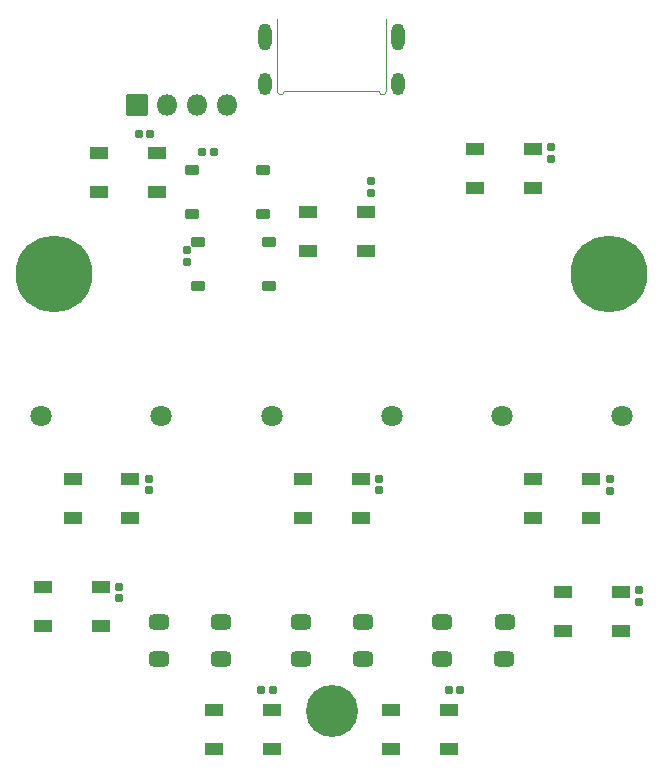
<source format=gbr>
%TF.GenerationSoftware,KiCad,Pcbnew,(7.0.0-0)*%
%TF.CreationDate,2023-04-23T02:26:44-05:00*%
%TF.ProjectId,RP2040_minimal,52503230-3430-45f6-9d69-6e696d616c2e,REV1*%
%TF.SameCoordinates,Original*%
%TF.FileFunction,Soldermask,Bot*%
%TF.FilePolarity,Negative*%
%FSLAX46Y46*%
G04 Gerber Fmt 4.6, Leading zero omitted, Abs format (unit mm)*
G04 Created by KiCad (PCBNEW (7.0.0-0)) date 2023-04-23 02:26:44*
%MOMM*%
%LPD*%
G01*
G04 APERTURE LIST*
G04 Aperture macros list*
%AMRoundRect*
0 Rectangle with rounded corners*
0 $1 Rounding radius*
0 $2 $3 $4 $5 $6 $7 $8 $9 X,Y pos of 4 corners*
0 Add a 4 corners polygon primitive as box body*
4,1,4,$2,$3,$4,$5,$6,$7,$8,$9,$2,$3,0*
0 Add four circle primitives for the rounded corners*
1,1,$1+$1,$2,$3*
1,1,$1+$1,$4,$5*
1,1,$1+$1,$6,$7*
1,1,$1+$1,$8,$9*
0 Add four rect primitives between the rounded corners*
20,1,$1+$1,$2,$3,$4,$5,0*
20,1,$1+$1,$4,$5,$6,$7,0*
20,1,$1+$1,$6,$7,$8,$9,0*
20,1,$1+$1,$8,$9,$2,$3,0*%
G04 Aperture macros list end*
%TA.AperFunction,Profile*%
%ADD10C,0.120000*%
%TD*%
%ADD11C,4.402000*%
%ADD12O,1.102000X1.902000*%
%ADD13O,1.102000X2.302000*%
%ADD14RoundRect,0.051000X0.850000X-0.850000X0.850000X0.850000X-0.850000X0.850000X-0.850000X-0.850000X0*%
%ADD15O,1.802000X1.802000*%
%ADD16RoundRect,0.351000X0.500000X0.300000X-0.500000X0.300000X-0.500000X-0.300000X0.500000X-0.300000X0*%
%ADD17RoundRect,0.051000X0.750000X0.450000X-0.750000X0.450000X-0.750000X-0.450000X0.750000X-0.450000X0*%
%ADD18RoundRect,0.191000X-0.170000X0.140000X-0.170000X-0.140000X0.170000X-0.140000X0.170000X0.140000X0*%
%ADD19RoundRect,0.191000X0.140000X0.170000X-0.140000X0.170000X-0.140000X-0.170000X0.140000X-0.170000X0*%
%ADD20RoundRect,0.051000X0.500000X0.375000X-0.500000X0.375000X-0.500000X-0.375000X0.500000X-0.375000X0*%
%ADD21C,1.802000*%
%ADD22C,6.502000*%
%ADD23RoundRect,0.186000X0.135000X0.185000X-0.135000X0.185000X-0.135000X-0.185000X0.135000X-0.185000X0*%
%ADD24RoundRect,0.191000X0.170000X-0.140000X0.170000X0.140000X-0.170000X0.140000X-0.170000X-0.140000X0*%
%ADD25RoundRect,0.191000X-0.140000X-0.170000X0.140000X-0.170000X0.140000X0.170000X-0.140000X0.170000X0*%
G04 APERTURE END LIST*
D10*
%TO.C,P1*%
X4620000Y27520000D02*
X4625000Y33620000D01*
X4025000Y27495000D02*
X-4025000Y27495000D01*
X-4620000Y27520000D02*
X-4625000Y33620000D01*
X4025000Y27495000D02*
G75*
G03*
X4620000Y27520000I297500J12500D01*
G01*
X-4620000Y27520000D02*
G75*
G03*
X-4025000Y27495000I297500J-12500D01*
G01*
%TD*%
D11*
%TO.C,H3*%
X0Y-25000000D03*
%TD*%
D12*
%TO.C,P1*%
X5619999Y28119999D03*
D13*
X5619999Y32119999D03*
D12*
X-5619999Y28119999D03*
D13*
X-5619999Y32119999D03*
%TD*%
D14*
%TO.C,J1*%
X-16530000Y26350000D03*
D15*
X-13989999Y26349999D03*
X-11449999Y26349999D03*
X-8909999Y26349999D03*
%TD*%
D16*
%TO.C,SW4*%
X14650000Y-17400000D03*
X9375000Y-17400000D03*
X14625000Y-20600000D03*
X9375000Y-20600000D03*
%TD*%
D17*
%TO.C,D10*%
X-14820000Y22320000D03*
X-14820000Y19020000D03*
X-19720000Y19020000D03*
X-19720000Y22320000D03*
%TD*%
D18*
%TO.C,C29*%
X-18000000Y-14470000D03*
X-18000000Y-15430000D03*
%TD*%
D19*
%TO.C,C30*%
X-15400000Y23910000D03*
X-16360000Y23910000D03*
%TD*%
D16*
%TO.C,SW3*%
X-9350000Y-17400000D03*
X-14625000Y-17400000D03*
X-9375000Y-20600000D03*
X-14625000Y-20600000D03*
%TD*%
D20*
%TO.C,SW2*%
X-11340000Y10985000D03*
X-5340000Y10985000D03*
X-11340000Y14735000D03*
X-5340000Y14735000D03*
%TD*%
D21*
%TO.C,REF\u002A\u002A*%
X24580000Y0D03*
X14420000Y0D03*
%TD*%
D18*
%TO.C,C23*%
X23520000Y-5350000D03*
X23520000Y-6310000D03*
%TD*%
D17*
%TO.C,D1*%
X-17050000Y-5350000D03*
X-17050000Y-8650000D03*
X-21950000Y-8650000D03*
X-21950000Y-5350000D03*
%TD*%
D18*
%TO.C,C21*%
X-15450000Y-5320000D03*
X-15450000Y-6280000D03*
%TD*%
D21*
%TO.C,REF\u002A\u002A*%
X5080000Y0D03*
X-5080000Y0D03*
%TD*%
D18*
%TO.C,C25*%
X18560000Y22750000D03*
X18560000Y21790000D03*
%TD*%
D20*
%TO.C,SW1*%
X-11850000Y17105000D03*
X-5850000Y17105000D03*
X-11850000Y20855000D03*
X-5850000Y20855000D03*
%TD*%
D22*
%TO.C,H2*%
X-23500000Y12000000D03*
%TD*%
D18*
%TO.C,C22*%
X4030000Y-5290000D03*
X4030000Y-6250000D03*
%TD*%
D19*
%TO.C,C28*%
X-5010000Y-23170000D03*
X-5970000Y-23170000D03*
%TD*%
D17*
%TO.C,D3*%
X21950000Y-5350000D03*
X21950000Y-8650000D03*
X17050000Y-8650000D03*
X17050000Y-5350000D03*
%TD*%
D23*
%TO.C,R4*%
X-9965000Y22375000D03*
X-10985000Y22375000D03*
%TD*%
D22*
%TO.C,H1*%
X23500000Y12000000D03*
%TD*%
D17*
%TO.C,D2*%
X2450000Y-5350000D03*
X2450000Y-8650000D03*
X-2450000Y-8650000D03*
X-2450000Y-5350000D03*
%TD*%
D18*
%TO.C,C26*%
X26045000Y-14745000D03*
X26045000Y-15705000D03*
%TD*%
D16*
%TO.C,SW5*%
X2650000Y-17400000D03*
X-2625000Y-17400000D03*
X2625000Y-20600000D03*
X-2625000Y-20600000D03*
%TD*%
D17*
%TO.C,D4*%
X2880000Y17260000D03*
X2880000Y13960000D03*
X-2020000Y13960000D03*
X-2020000Y17260000D03*
%TD*%
D24*
%TO.C,C24*%
X3360000Y18920000D03*
X3360000Y19880000D03*
%TD*%
D18*
%TO.C,C11*%
X-12290000Y14030000D03*
X-12290000Y13070000D03*
%TD*%
D21*
%TO.C,REF\u002A\u002A*%
X-14420000Y0D03*
X-24580000Y0D03*
%TD*%
D17*
%TO.C,D8*%
X-5050000Y-24850000D03*
X-5050000Y-28150000D03*
X-9950000Y-28150000D03*
X-9950000Y-24850000D03*
%TD*%
%TO.C,D9*%
X-19580000Y-14450000D03*
X-19580000Y-17750000D03*
X-24480000Y-17750000D03*
X-24480000Y-14450000D03*
%TD*%
%TO.C,D6*%
X24475000Y-14855000D03*
X24475000Y-18155000D03*
X19575000Y-18155000D03*
X19575000Y-14855000D03*
%TD*%
%TO.C,D7*%
X9950000Y-24850000D03*
X9950000Y-28150000D03*
X5050000Y-28150000D03*
X5050000Y-24850000D03*
%TD*%
%TO.C,D5*%
X17060000Y22630000D03*
X17060000Y19330000D03*
X12160000Y19330000D03*
X12160000Y22630000D03*
%TD*%
D25*
%TO.C,C27*%
X9890000Y-23200000D03*
X10850000Y-23200000D03*
%TD*%
M02*

</source>
